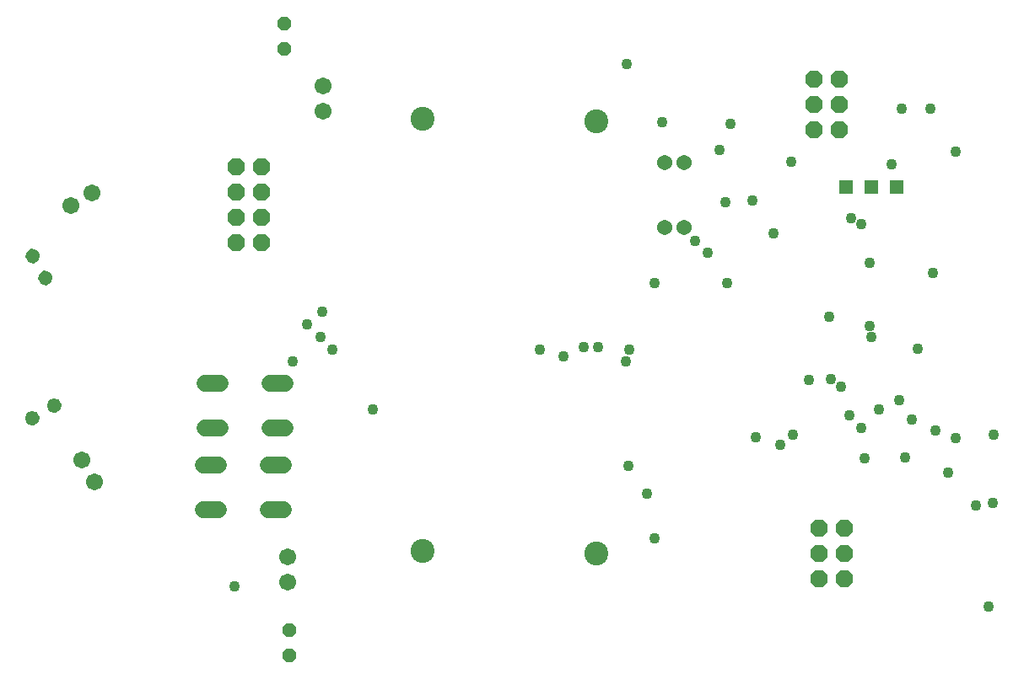
<source format=gbs>
G75*
%MOIN*%
%OFA0B0*%
%FSLAX25Y25*%
%IPPOS*%
%LPD*%
%AMOC8*
5,1,8,0,0,1.08239X$1,22.5*
%
%ADD10C,0.06800*%
%ADD11C,0.01120*%
%ADD12C,0.06706*%
%ADD13OC8,0.05600*%
%ADD14OC8,0.06800*%
%ADD15R,0.05524X0.05524*%
%ADD16C,0.09461*%
%ADD17C,0.06050*%
%ADD18C,0.04343*%
D10*
X0107685Y0102841D02*
X0113685Y0102841D01*
X0113685Y0120641D02*
X0107685Y0120641D01*
X0108185Y0135341D02*
X0114185Y0135341D01*
X0133785Y0135341D02*
X0139785Y0135341D01*
X0139285Y0120641D02*
X0133285Y0120641D01*
X0133285Y0102841D02*
X0139285Y0102841D01*
X0139785Y0153141D02*
X0133785Y0153141D01*
X0114185Y0153141D02*
X0108185Y0153141D01*
D11*
X0050311Y0144129D02*
X0050871Y0144689D01*
X0050390Y0142896D01*
X0048785Y0141969D01*
X0046992Y0142450D01*
X0046065Y0144055D01*
X0046546Y0145848D01*
X0048151Y0146775D01*
X0049944Y0146294D01*
X0050871Y0144689D01*
X0049969Y0144570D01*
X0049669Y0143450D01*
X0048666Y0142871D01*
X0047546Y0143171D01*
X0046967Y0144174D01*
X0047267Y0145294D01*
X0048270Y0145873D01*
X0049390Y0145573D01*
X0049969Y0144570D01*
X0049068Y0144451D01*
X0048948Y0144003D01*
X0048547Y0143772D01*
X0048099Y0143892D01*
X0047868Y0144293D01*
X0047988Y0144741D01*
X0048389Y0144972D01*
X0048837Y0144852D01*
X0049068Y0144451D01*
X0041651Y0139129D02*
X0042211Y0139689D01*
X0041730Y0137896D01*
X0040125Y0136969D01*
X0038332Y0137450D01*
X0037405Y0139055D01*
X0037886Y0140848D01*
X0039491Y0141775D01*
X0041284Y0141294D01*
X0042211Y0139689D01*
X0041309Y0139570D01*
X0041009Y0138450D01*
X0040006Y0137871D01*
X0038886Y0138171D01*
X0038307Y0139174D01*
X0038607Y0140294D01*
X0039610Y0140873D01*
X0040730Y0140573D01*
X0041309Y0139570D01*
X0040408Y0139451D01*
X0040288Y0139003D01*
X0039887Y0138772D01*
X0039439Y0138892D01*
X0039208Y0139293D01*
X0039328Y0139741D01*
X0039729Y0139972D01*
X0040177Y0139852D01*
X0040408Y0139451D01*
X0044728Y0193028D02*
X0045288Y0192468D01*
X0043495Y0192949D01*
X0042568Y0194554D01*
X0043049Y0196347D01*
X0044654Y0197274D01*
X0046447Y0196793D01*
X0047374Y0195188D01*
X0046893Y0193395D01*
X0045288Y0192468D01*
X0045169Y0193370D01*
X0044049Y0193670D01*
X0043470Y0194673D01*
X0043770Y0195793D01*
X0044773Y0196372D01*
X0045893Y0196072D01*
X0046472Y0195069D01*
X0046172Y0193949D01*
X0045169Y0193370D01*
X0045050Y0194271D01*
X0044602Y0194391D01*
X0044371Y0194792D01*
X0044491Y0195240D01*
X0044892Y0195471D01*
X0045340Y0195351D01*
X0045571Y0194950D01*
X0045451Y0194502D01*
X0045050Y0194271D01*
X0039728Y0201688D02*
X0040288Y0201128D01*
X0038495Y0201609D01*
X0037568Y0203214D01*
X0038049Y0205007D01*
X0039654Y0205934D01*
X0041447Y0205453D01*
X0042374Y0203848D01*
X0041893Y0202055D01*
X0040288Y0201128D01*
X0040169Y0202030D01*
X0039049Y0202330D01*
X0038470Y0203333D01*
X0038770Y0204453D01*
X0039773Y0205032D01*
X0040893Y0204732D01*
X0041472Y0203729D01*
X0041172Y0202609D01*
X0040169Y0202030D01*
X0040050Y0202931D01*
X0039602Y0203051D01*
X0039371Y0203452D01*
X0039491Y0203900D01*
X0039892Y0204131D01*
X0040340Y0204011D01*
X0040571Y0203610D01*
X0040451Y0203162D01*
X0040050Y0202931D01*
D12*
X0055046Y0223310D03*
X0063706Y0228310D03*
X0154950Y0260595D03*
X0154950Y0270595D03*
X0059588Y0122561D03*
X0064588Y0113901D03*
X0140737Y0084438D03*
X0140737Y0074438D03*
D13*
X0141603Y0055422D03*
X0141603Y0045422D03*
X0139635Y0285304D03*
X0139635Y0295304D03*
D14*
X0130603Y0238765D03*
X0120603Y0238765D03*
X0120603Y0228765D03*
X0130603Y0228765D03*
X0130603Y0218765D03*
X0120603Y0218765D03*
X0120603Y0208765D03*
X0130603Y0208765D03*
X0348769Y0253178D03*
X0358769Y0253178D03*
X0358769Y0263178D03*
X0348769Y0263178D03*
X0348769Y0273178D03*
X0358769Y0273178D03*
X0360737Y0095580D03*
X0350737Y0095580D03*
X0350737Y0085580D03*
X0360737Y0085580D03*
X0360737Y0075580D03*
X0350737Y0075580D03*
D15*
X0361556Y0230509D03*
X0371556Y0230509D03*
X0381556Y0230509D03*
D16*
X0263020Y0256603D03*
X0194123Y0257587D03*
X0194123Y0086524D03*
X0263020Y0085540D03*
D17*
X0289835Y0214749D03*
X0297709Y0214749D03*
X0297694Y0240174D03*
X0289820Y0240174D03*
D18*
X0119985Y0072741D03*
X0174485Y0142741D03*
X0158485Y0166241D03*
X0153985Y0171241D03*
X0148485Y0176241D03*
X0154485Y0181241D03*
X0142985Y0161741D03*
X0240485Y0166241D03*
X0249985Y0163741D03*
X0257985Y0167241D03*
X0263485Y0167241D03*
X0274485Y0161741D03*
X0275985Y0166241D03*
X0285985Y0192741D03*
X0301985Y0209241D03*
X0306985Y0204741D03*
X0314485Y0192741D03*
X0332985Y0212241D03*
X0324485Y0225241D03*
X0313985Y0224741D03*
X0311485Y0245241D03*
X0315985Y0255741D03*
X0339985Y0240741D03*
X0363485Y0218241D03*
X0367685Y0215941D03*
X0370985Y0200741D03*
X0395985Y0196741D03*
X0370985Y0175741D03*
X0371485Y0171241D03*
X0354985Y0179241D03*
X0355485Y0154741D03*
X0359485Y0151741D03*
X0346985Y0154241D03*
X0362985Y0140241D03*
X0367485Y0135241D03*
X0374485Y0142741D03*
X0382485Y0146241D03*
X0387485Y0138741D03*
X0396985Y0134241D03*
X0404985Y0131241D03*
X0401985Y0117741D03*
X0419485Y0105741D03*
X0412985Y0104741D03*
X0384985Y0123741D03*
X0368985Y0123241D03*
X0340485Y0132741D03*
X0335485Y0128741D03*
X0325985Y0131741D03*
X0282985Y0109241D03*
X0275485Y0120241D03*
X0285985Y0091741D03*
X0389985Y0166741D03*
X0419985Y0132741D03*
X0417985Y0064741D03*
X0379485Y0239741D03*
X0404985Y0244741D03*
X0394985Y0261741D03*
X0383485Y0261741D03*
X0288985Y0256241D03*
X0274985Y0279241D03*
M02*

</source>
